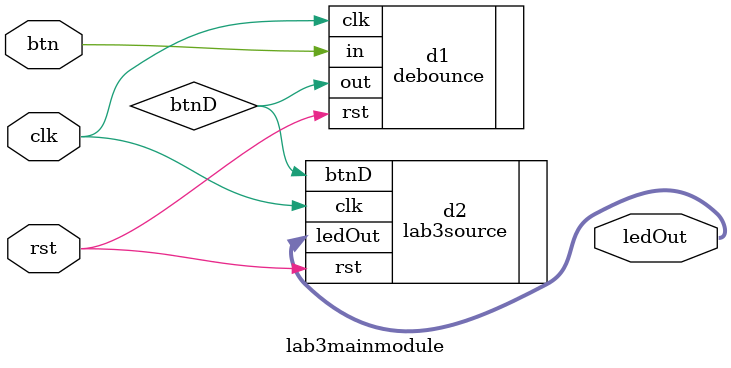
<source format=v>
`timescale 1ns / 1ps

module lab3mainmodule(
input rst,
input clk,
input btn,
output [2:0] ledOut);
wire btnD;
    debounce d1 (.in(btn),.clk(clk),.rst(rst),.out(btnD));
    lab3source d2(.rst(rst),.clk(clk),.btnD(btnD),.ledOut(ledOut));
 





endmodule

</source>
